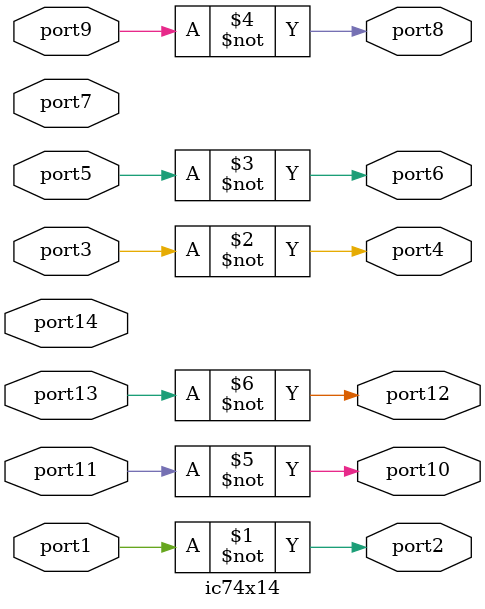
<source format=v>

module ic74x14(
input wire port1,
output wire port2,
input wire port3,
output wire port4,
input wire port5,
output wire port6,
input wire port7,
output wire port8,
input wire port9,
output wire port10,
input wire port11,
output wire port12,
input wire port13,
input wire port14
);

assign port2 = ~port1;
assign port4 = ~port3;
assign port6 = ~port5;
assign port8 = ~port9;
assign port10 = ~port11;
assign port12 = ~port13;
endmodule
</source>
